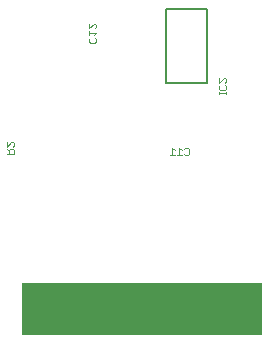
<source format=gbr>
G75*
%MOIN*%
%OFA0B0*%
%FSLAX25Y25*%
%IPPOS*%
%LPD*%
%AMOC8*
5,1,8,0,0,1.08239X$1,22.5*
%
%ADD10R,0.80000X0.17500*%
%ADD11C,0.00600*%
%ADD12C,0.00300*%
%ADD13C,0.00200*%
D10*
X0086300Y0021300D03*
D11*
X0094493Y0096501D02*
X0094493Y0121099D01*
X0108115Y0121099D01*
X0108115Y0096501D01*
X0094493Y0096501D01*
D12*
X0112200Y0096627D02*
X0113707Y0098135D01*
X0114084Y0098135D01*
X0114461Y0097758D01*
X0114461Y0097004D01*
X0114084Y0096627D01*
X0114084Y0095778D02*
X0114461Y0095401D01*
X0114461Y0094648D01*
X0114084Y0094271D01*
X0112577Y0094271D01*
X0112200Y0094648D01*
X0112200Y0095401D01*
X0112577Y0095778D01*
X0112200Y0096627D02*
X0112200Y0098135D01*
X0112200Y0093454D02*
X0112200Y0092700D01*
X0112200Y0093077D02*
X0114461Y0093077D01*
X0114461Y0092700D02*
X0114461Y0093454D01*
D13*
X0101626Y0074952D02*
X0102019Y0074559D01*
X0102019Y0072984D01*
X0101626Y0072591D01*
X0100838Y0072591D01*
X0100445Y0072984D01*
X0099663Y0072591D02*
X0098089Y0072591D01*
X0097306Y0072591D02*
X0095732Y0072591D01*
X0096519Y0072591D02*
X0096519Y0074952D01*
X0097306Y0074165D01*
X0098876Y0074952D02*
X0098876Y0072591D01*
X0099663Y0074165D02*
X0098876Y0074952D01*
X0100445Y0074559D02*
X0100838Y0074952D01*
X0101626Y0074952D01*
X0070749Y0109981D02*
X0069175Y0109981D01*
X0068782Y0110374D01*
X0068782Y0111161D01*
X0069175Y0111555D01*
X0068782Y0112337D02*
X0068782Y0113911D01*
X0068782Y0114693D02*
X0070356Y0116267D01*
X0070749Y0116267D01*
X0071143Y0115874D01*
X0071143Y0115087D01*
X0070749Y0114693D01*
X0071143Y0113124D02*
X0068782Y0113124D01*
X0068782Y0114693D02*
X0068782Y0116267D01*
X0071143Y0113124D02*
X0070356Y0112337D01*
X0070749Y0111555D02*
X0071143Y0111161D01*
X0071143Y0110374D01*
X0070749Y0109981D01*
X0043309Y0076868D02*
X0042915Y0076868D01*
X0041341Y0075294D01*
X0041341Y0076868D01*
X0043309Y0076868D02*
X0043702Y0076474D01*
X0043702Y0075687D01*
X0043309Y0075294D01*
X0043309Y0074511D02*
X0042521Y0074511D01*
X0042128Y0074118D01*
X0042128Y0072937D01*
X0041341Y0072937D02*
X0043702Y0072937D01*
X0043702Y0074118D01*
X0043309Y0074511D01*
X0042128Y0073724D02*
X0041341Y0074511D01*
M02*

</source>
